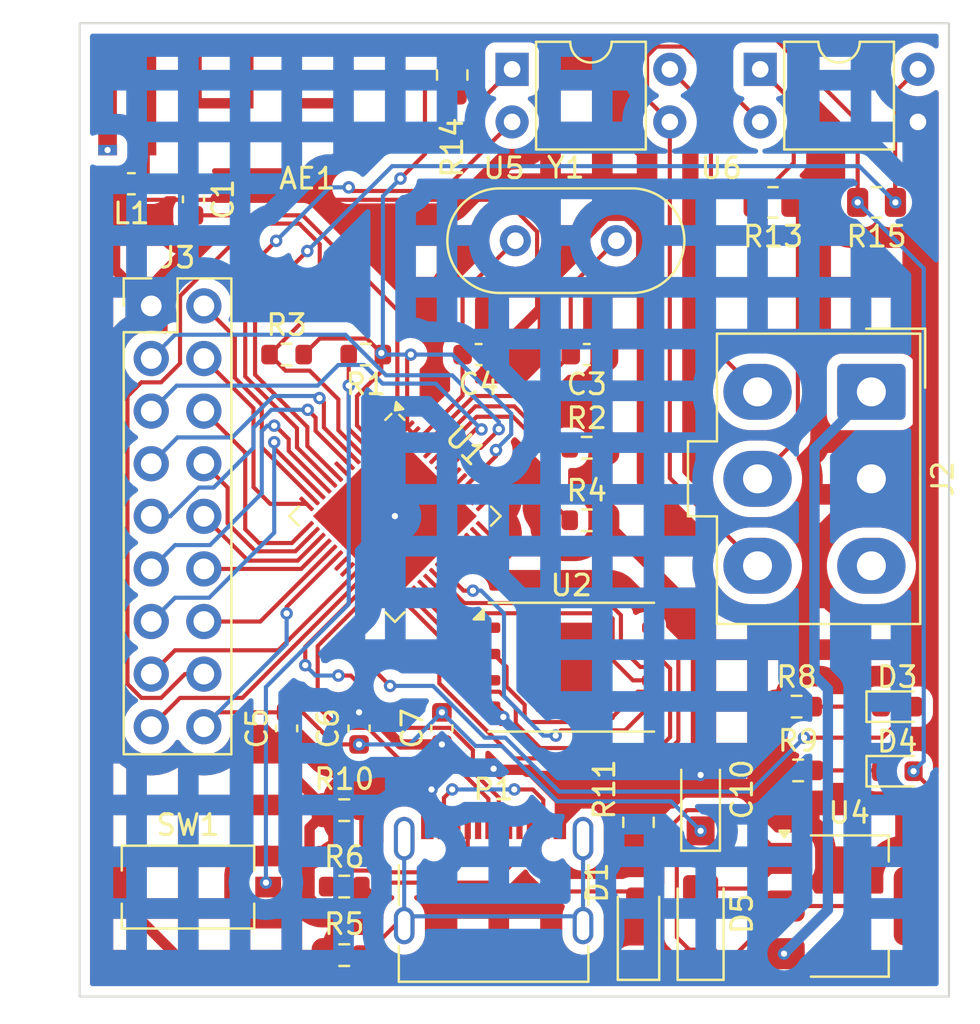
<source format=kicad_pcb>
(kicad_pcb (version 20240108) (generator "pcbnew") (generator_version "8.0")
  (layers (0 "F.Cu" signal) (31 "B.Cu" signal) (34 "B.Paste" user) (35 "F.Paste" user) (36 "B.SilkS" user "B.Silkscreen") (37 "F.SilkS" user "F.Silkscreen") (38 "B.Mask" user) (39 "F.Mask" user) (44 "Edge.Cuts" user))
  (net 0 "")
  (net 1 "Net-(AE1-A)")
  (net 2 "Net-(U1-LNA_IN{slash}RF)")
  (net 3 "GND")
  (net 4 "Net-(U1-XTAL_N)")
  (net 5 "Net-(U1-XTAL_P)")
  (net 6 "+3V3")
  (net 7 "/vdd_spi")
  (net 8 "+36V")
  (net 9 "Net-(D1-A)")
  (net 10 "Net-(D3-K)")
  (net 11 "/io21")
  (net 12 "Net-(D4-K)")
  (net 13 "Net-(D5-A)")
  (net 14 "/mdb_master_receive")
  (net 16 "/mdb_communications_common")
  (net 17 "/mdb_master_transmit")
  (net 18 "/io17")
  (net 19 "/io9")
  (net 20 "/io18")
  (net 21 "/boot")
  (net 22 "/io2")
  (net 23 "/u0rxd")
  (net 24 "/io10")
  (net 25 "/io14")
  (net 26 "/io8")
  (net 27 "/io7")
  (net 28 "/io1")
  (net 29 "/io13")
  (net 30 "/io11")
  (net 31 "/io6")
  (net 32 "/io12")
  (net 33 "/u0txd")
  (net 34 "Net-(P1-SHIELD)")
  (net 35 "Net-(P1-CC)")
  (net 36 "/usb-")
  (net 37 "Net-(P1-VCONN)")
  (net 38 "/usb+")
  (net 39 "Net-(U1-CHIP_PU{slash}RESET)")
  (net 40 "Net-(U1-GPIO46)")
  (net 41 "Net-(U1-GPIO45)")
  (net 42 "/spics0")
  (net 43 "Net-(R13-Pad2)")
  (net 44 "Net-(R14-Pad2)")
  (net 45 "/mdb_slave_receive")
  (net 46 "/mdb_slave_transmit")
  (net 48 "/spiwp")
  (net 50 "/spiq")
  (net 57 "/spid")
  (net 60 "/spihd")
  (net 66 "/spiclk")
  (footprint "Resistor_SMD:R_0603_1608Metric" (layer "F.Cu") (at 101 113)
    (property "Reference" "R2")
    (property "Value" "R")
  )
  (footprint "LED_SMD:LED_0603_1608Metric" (layer "F.Cu") (at 116 125.5)
    (property "Reference" "D3")
    (property "Value" "LED")
  )
  (footprint "Resistor_SMD:R_0603_1608Metric" (layer "F.Cu") (at 101 116.5)
    (property "Reference" "R4")
    (property "Value" "R")
  )
  (footprint "Capacitor_SMD:C_0603_1608Metric" (layer "F.Cu") (at 95.775 108.5 180)
    (property "Reference" "C4")
    (property "Value" "C")
  )
  (footprint "Connector_USB:USB_C_Receptacle_G-Switch_GT-USB-7010ASV" (layer "F.Cu") (at 96.5 135)
    (property "Reference" "P1")
    (property "Value" "USB_C_Plug_USB2.0")
  )
  (footprint "Resistor_SMD:R_0603_1608Metric" (layer "F.Cu") (at 89.283333 137.5 180)
    (property "Reference" "R5")
    (property "Value" "R")
  )
  (footprint "Resistor_SMD:R_0603_1608Metric" (layer "F.Cu") (at 111.1375 125.5)
    (property "Reference" "R8")
    (property "Value" "R")
  )
  (footprint "LED_SMD:LED_0603_1608Metric" (layer "F.Cu") (at 116 128.62)
    (property "Reference" "D4")
    (property "Value" "LED")
  )
  (footprint "Crystal:Crystal_HC49-4H_Vertical" (layer "F.Cu") (at 97.55 103)
    (property "Reference" "Y1")
    (property "Value" "Crystal")
  )
  (footprint "Diode_SMD:D_MiniMELF" (layer "F.Cu") (at 106.5 136.035 90)
    (property "Reference" "D5")
    (property "Value" "D_Zener")
  )
  (footprint "Resistor_SMD:R_0805_2012Metric" (layer "F.Cu") (at 110 101.15 180)
    (property "Reference" "R13")
    (property "Value" "R")
  )
  (footprint "Capacitor_SMD:C_0603_1608Metric" (layer "F.Cu") (at 86.5 126.55 90)
    (property "Reference" "C5")
    (property "Value" "C")
  )
  (footprint "Connector_Molex:Molex_Mini-Fit_Jr_5566-06A_2x03_P4.20mm_Vertical" (layer "F.Cu") (at 114.75 110.3 -90)
    (property "Reference" "J2")
    (property "Value" "MDB_Connector")
  )
  (footprint "Resistor_SMD:R_0603_1608Metric" (layer "F.Cu") (at 89.283333 130.5 180)
    (property "Reference" "R10")
    (property "Value" "R")
  )
  (footprint "Capacitor_SMD:C_0603_1608Metric" (layer "F.Cu") (at 94 126.55 90)
    (property "Reference" "C7")
    (property "Value" "C")
  )
  (footprint "Diode_SMD:D_SOD-123" (layer "F.Cu") (at 103.5 136.335 90)
    (property "Reference" "D1")
    (property "Value" "D")
  )
  (footprint "Resistor_SMD:R_0805_2012Metric" (layer "F.Cu") (at 94.5 95 -90)
    (property "Reference" "R14")
    (property "Value" "R")
  )
  (footprint "Resistor_SMD:R_0603_1608Metric" (layer "F.Cu") (at 86.5 108.5)
    (property "Reference" "R3")
    (property "Value" "R")
  )
  (footprint "Package_DFN_QFN:QFN-56-1EP_7x7mm_P0.4mm_EP5.6x5.6mm" (layer "F.Cu") (at 91.730843 116.3 -45)
    (property "Reference" "U1")
    (property "Value" "ESP32-S3")
  )
  (footprint "Capacitor_SMD:C_0603_1608Metric" (layer "F.Cu") (at 90 126.55 -90)
    (property "Reference" "C6")
    (property "Value" "C")
  )
  (footprint "Resistor_SMD:R_0603_1608Metric" (layer "F.Cu") (at 89.283333 134.19)
    (property "Reference" "R6")
    (property "Value" "R")
  )
  (footprint "Package_DIP:DIP-4_W7.62mm" (layer "F.Cu") (at 97.3925 94.725)
    (property "Reference" "U5")
    (property "Value" "PC817")
  )
  (footprint "Connector_PinHeader_2.54mm:PinHeader_2x09_P2.54mm_Vertical" (layer "F.Cu") (at 79.96 106.15)
    (property "Reference" "J3")
    (property "Value" "Conn_02x09_Odd_Even")
  )
  (footprint "Package_DIP:DIP-4_W7.62mm" (layer "F.Cu") (at 109.38 94.725)
    (property "Reference" "U6")
    (property "Value" "PC817")
  )
  (footprint "Resistor_SMD:R_0805_2012Metric" (layer "F.Cu") (at 115 101.15 180)
    (property "Reference" "R15")
    (property "Value" "R")
  )
  (footprint "Package_SON:WSON-8-1EP_8x6mm_P1.27mm_EP3.4x4.3mm" (layer "F.Cu") (at 100.25 123.595)
    (property "Reference" "U2")
    (property "Value" "W25Q32JVSS")
  )
  (footprint "Button_Switch_SMD:SW_Tactile_SPST_NO_Straight_CK_PTS636Sx25SMTRLFS" (layer "F.Cu") (at 81.735 134.215)
    (property "Reference" "SW1")
    (property "Value" "SW_Push")
  )
  (footprint "Capacitor_SMD:C_0603_1608Metric" (layer "F.Cu") (at 82 101 -90)
    (property "Reference" "C1")
    (property "Value" "C")
  )
  (footprint "Capacitor_SMD:C_0603_1608Metric" (layer "F.Cu") (at 101 108.5 180)
    (property "Reference" "C3")
    (property "Value" "C")
  )
  (footprint "Capacitor_Tantalum_SMD:CP_EIA-3216-18_Kemet-A" (layer "F.Cu") (at 106.5 130.15 90)
    (property "Reference" "C10")
    (property "Value" "C_Polarized")
  )
  (footprint "Inductor_SMD:L_0603_1608Metric" (layer "F.Cu") (at 79 100.25 180)
    (property "Reference" "L1")
    (property "Value" "47nH")
  )
  (footprint "RF_Antenna:Texas_SWRA117D_2.4GHz_Right" (layer "F.Cu") (at 79.95 98.625)
    (property "Reference" "AE1")
    (property "Value" "Antenna")
  )
  (footprint "Package_TO_SOT_SMD:SOT-223-3_TabPin2" (layer "F.Cu") (at 113.68 135.13)
    (property "Reference" "U4")
    (property "Value" "LM317_SOT-223")
  )
  (footprint "Resistor_SMD:R_0805_2012Metric" (layer "F.Cu") (at 103.5 131.0875 90)
    (property "Reference" "R11")
    (property "Value" "R")
  )
  (footprint "Resistor_SMD:R_0603_1608Metric" (layer "F.Cu") (at 90.325 108.5 180)
    (property "Reference" "R1")
    (property "Value" "R")
  )
  (footprint "Resistor_SMD:R_0603_1608Metric" (layer "F.Cu") (at 111.2125 128.58)
    (property "Reference" "R9")
    (property "Value" "R")
  )
  (gr_rect (start 76.5 92.5) (end 118.5 139.5) (stroke (width 0.1)) (fill none) (layer "Edge.Cuts"))
  (segment (start 79.7875 100.25) (end 81.975 100.25) (width 0.2) (layer "F.Cu") (net 1))
  (segment (start 79.95 100.3375) (end 79.7875 100.5) (width 0.2) (layer "F.Cu") (net 1))
  (segment (start 81.975 100.25) (end 82 100.225) (width 0.2) (layer "F.Cu") (net 1))
  (segment (start 79.7875 98.7875) (end 79.95 98.625) (width 0.2) (layer "F.Cu") (net 1))
  (segment (start 79.7875 100.25) (end 79.7875 98.7875) (width 0.2) (layer "F.Cu") (net 1))
  (segment (start 91.85 111.319484) (end 91.138641 112.030843) (width 0.2) (layer "F.Cu") (net 2))
  (segment (start 91.85 106.35) (end 91.85 111.319484) (width 0.2) (layer "F.Cu") (net 2))
  (segment (start 87.275 101.775) (end 91.85 106.35) (width 0.2) (layer "F.Cu") (net 2))
  (segment (start 82 101.775) (end 87.275 101.775) (width 0.2) (layer "F.Cu") (net 2))
  (segment (start 78.2125 104.4025) (end 79.96 106.15) (width 0.5) (layer "F.Cu") (net 3))
  (segment (start 101.775 108.5) (end 101.775 105.725) (width 0.5) (layer "F.Cu") (net 3))
  (segment (start 96.5 128.5) (end 96.55 128.55) (width 0.5) (layer "F.Cu") (net 3))
  (segment (start 96.55 128.55) (end 98.222818 128.55) (width 0.5) (layer "F.Cu") (net 3))
  (segment (start 114.75 114.5) (end 117 112.25) (width 0.5) (layer "F.Cu") (net 3))
  (segment (start 86.5 128.541667) (end 88.458333 130.5) (width 0.5) (layer "F.Cu") (net 3))
  (segment (start 96.5 125.5) (end 96.5 125.529506) (width 0.5) (layer "F.Cu") (net 3))
  (segment (start 98.222818 128.55) (end 99.7 130.027182) (width 0.5) (layer "F.Cu") (net 3))
  (segment (start 88.798333 135.5) (end 90.108333 134.19) (width 0.5) (layer "F.Cu") (net 3))
  (segment (start 100.626497 130.175) (end 99.7 131.101497) (width 0.5) (layer "F.Cu") (net 3))
  (segment (start 78.9875 101.025) (end 78.2125 100.25) (width 0.2) (layer "F.Cu") (net 3))
  (segment (start 78.2125 100.25) (end 78.2125 104.4025) (width 0.5) (layer "F.Cu") (net 3))
  (segment (start 88.458333 130.5) (end 89.383333 129.575) (width 0.5) (layer "F.Cu") (net 3))
  (segment (start 90.451514 125.775) (end 90 125.775) (width 0.5) (layer "F.Cu") (net 3))
  (segment (start 89.383333 129.575) (end 93.425 129.575) (width 0.5) (layer "F.Cu") (net 3))
  (segment (start 94 127.325) (end 92.001514 127.325) (width 0.5) (layer "F.Cu") (net 3))
  (segment (start 99.5 105.55) (end 96.55 108.5) (width 0.5) (layer "F.Cu") (net 3))
  (segment (start 103.63 102.502943) (end 102.927057 101.8) (width 0.5) (layer "F.Cu") (net 3))
  (segment (start 101.932943 101.8) (end 99.5 104.232943) (width 0.5) (layer "F.Cu") (net 3))
  (segment (start 86.5 127.325) (end 86.5 128.541667) (width 0.5) (layer "F.Cu") (net 3))
  (segment (start 112 117.25) (end 112 120.5) (width 0.5) (layer "F.Cu") (net 3))
  (segment (start 96.5 125.529506) (end 96.970494 126) (width 0.5) (layer "F.Cu") (net 3))
  (segment (start 114.75 114.5) (end 112 117.25) (width 0.5) (layer "F.Cu") (net 3))
  (segment (start 93.3 131.275) (end 93.3 129.7) (width 0.5) (layer "F.Cu") (net 3))
  (segment (start 101.825 116.5) (end 101.825 113) (width 0.5) (layer "F.Cu") (net 3))
  (segment (start 99.5 104.232943) (end 99.5 105.55) (width 0.5) (layer "F.Cu") (net 3))
  (segment (start 93.425 129.575) (end 93.5 129.5) (width 0.5) (layer "F.Cu") (net 3))
  (segment (start 103.5 130.175) (end 105.125 130.175) (width 0.5) (layer "F.Cu") (net 3))
  (segment (start 106.5 128.8) (end 106.72 128.58) (width 0.5) (layer "F.Cu") (net 3))
  (segment (start 92.001514 127.325) (end 90.451514 125.775) (width 0.5) (layer "F.Cu") (net 3))
  (segment (start 101.775 105.725) (end 103.63 103.87) (width 0.5) (layer "F.Cu") (net 3))
  (segment (start 112 120.5) (end 111.35 121.15) (width 0.5) (layer "F.Cu") (net 3))
  (segment (start 96.55 108.5) (end 98.6 106.45) (width 0.2) (layer "F.Cu") (net 3))
  (segment (start 111.35 121.15) (end 111.35 124.4625) (width 0.5) (layer "F.Cu") (net 3))
  (segment (start 99.7 131.101497) (end 99.7 131.275) (width 0.5) (layer "F.Cu") (net 3))
  (segment (start 103.63 103.87) (end 103.63 102.502943) (width 0.5) (layer "F.Cu") (net 3))
  (segment (start 111.35 124.4625) (end 110.3125 125.5) (width 0.5) (layer "F.Cu") (net 3))
  (segment (start 87.608333 131.35) (end 87.608333 134.73978) (width 0.5) (layer "F.Cu") (net 3))
  (segment (start 103.5 130.175) (end 100.626497 130.175) (width 0.5) (layer "F.Cu") (net 3))
  (segment (start 99.7 130.027182) (end 99.7 131.275) (width 0.5) (layer "F.Cu") (net 3))
  (segment (start 98.6 106.45) (end 98.6 102.565075) (width 0.2) (layer "F.Cu") (net 3))
  (segment (start 88.368553 135.5) (end 88.798333 135.5) (width 0.5) (layer "F.Cu") (net 3))
  (segment (start 97.059925 101.025) (end 78.9875 101.025) (width 0.2) (layer "F.Cu") (net 3))
  (segment (start 110.3875 125.575) (end 110.3125 125.5) (width 0.5) (layer "F.Cu") (net 3))
  (segment (start 90.108333 135.85) (end 88.458333 137.5) (width 0.5) (layer "F.Cu") (net 3))
  (segment (start 106.72 128.58) (end 106.72 121.395) (width 0.5) (layer "F.Cu") (net 3))
  (segment (start 102.927057 101.8) (end 101.932943 101.8) (width 0.5) (layer "F.Cu") (net 3))
  (segment (start 101.775 112.95) (end 101.825 113) (width 0.5) (layer "F.Cu") (net 3))
  (segment (start 90.108333 134.19) (end 90.108333 135.85) (width 0.5) (layer "F.Cu") (net 3))
  (segment (start 105.125 130.175) (end 106.5 128.8) (width 0.5) (layer "F.Cu") (net 3))
  (segment (start 93.3 129.7) (end 93.5 129.5) (width 0.5) (layer "F.Cu") (net 3))
  (segment (start 110.3875 128.58) (end 106.72 128.58) (width 0.5) (layer "F.Cu") (net 3))
  (segment (start 101.775 108.5) (end 101.775 112.95) (width 0.5) (layer "F.Cu") (net 3))
  (segment (start 98.6 102.565075) (end 97.059925 101.025) (width 0.2) (layer "F.Cu") (net 3))
  (segment (start 110.3875 128.58) (end 110.3875 125.575) (width 0.5) (layer "F.Cu") (net 3))
  (segment (start 117 112.25) (end 117 97.265) (width 0.5) (layer "F.Cu") (net 3))
  (segment (start 77.86 134.215) (end 81.145 137.5) (width 0.5) (layer "F.Cu") (net 3))
  (segment (start 81.145 137.5) (end 88.458333 137.5) (width 0.5) (layer "F.Cu") (net 3))
  (segment (start 88.458333 130.5) (end 87.608333 131.35) (width 0.5) (layer "F.Cu") (net 3))
  (segment (start 106.72 121.395) (end 101.825 116.5) (width 0.5) (layer "F.Cu") (net 3))
  (segment (start 87.608333 134.73978) (end 88.368553 135.5) (width 0.5) (layer "F.Cu") (net 3))
  (via (at 96.970494 126) (size 0.6) (drill 0.3) (layers "F.Cu" "B.Cu") (net 3))
  (via (at 93.5 129.5) (size 0.6) (drill 0.3) (layers "F.Cu" "B.Cu") (net 3))
  (via (at 96.5 128.5) (size 0.6) (drill 0.3) (layers "F.Cu" "B.Cu") (net 3))
  (via (at 106.5 128.8) (size 0.6) (drill 0.3) (layers "F.Cu" "B.Cu") (net 3))
  (via (at 91.730843 116.3) (size 0.6) (drill 0.3) (layers "F.Cu" "B.Cu") (net 3))
  (via (at 90 125.775) (size 0.6) (drill 0.3) (layers "F.Cu" "B.Cu") (net 3))
  (via (at 94 127.325) (size 0.6) (drill 0.3) (layers "F.Cu" "B.Cu") (net 3))
  (segment (start 93.5 129.5) (end 93.5 129.439339) (width 0.5) (layer "B.Cu") (net 3))
  (segment (start 99.643504 128.8) (end 106.5 128.8) (width 0.5) (layer "B.Cu") (net 3))
  (segment (start 93.5 129.439339) (end 94.439339 128.5) (width 0.5) (layer "B.Cu") (net 3))
  (segment (start 90 125.775) (end 90.05 125.725) (width 0.5) (layer "B.Cu") (net 3))
  (segment (start 90.05 117.980843) (end 91.730843 116.3) (width 0.5) (layer "B.Cu") (net 3))
  (segment (start 96.970494 126.12699) (end 99.643504 128.8) (width 0.5) (layer "B.Cu") (net 3))
  (segment (start 94.439339 128.5) (end 96.5 128.5) (width 0.5) (layer "B.Cu") (net 3))
  (segment (start 96.970494 126) (end 96.970494 126.12699) (width 0.5) (layer "B.Cu") (net 3))
  (segment (start 90.05 125.725) (end 90.05 117.980843) (width 0.5) (layer "B.Cu") (net 3))
  (segment (start 93.5 127.825) (end 94 127.325) (width 0.5) (layer "B.Cu") (net 3))
  (segment (start 93.5 129.5) (end 93.5 127.825) (width 0.5) (layer "B.Cu") (net 3))
  (segment (start 93.171573 112.879371) (end 95.550944 110.5) (width 0.2) (layer "F.Cu") (net 4))
  (segment (start 100.225 105.205) (end 102.43 103) (width 0.2) (layer "F.Cu") (net 4))
  (segment (start 100.225 108.5) (end 100.225 105.205) (width 0.2) (layer "F.Cu") (net 4))
  (segment (start 98.225 110.5) (end 100.225 108.5) (width 0.2) (layer "F.Cu") (net 4))
  (segment (start 95.550944 110.5) (end 98.225 110.5) (width 0.2) (layer "F.Cu") (net 4))
  (segment (start 95 105.55) (end 97.55 103) (width 0.2) (layer "F.Cu") (net 5))
  (segment (start 95 108.5) (end 95 110.485262) (width 0.2) (layer "F.Cu") (net 5))
  (segment (start 95 108.5) (end 95 105.55) (width 0.2) (layer "F.Cu") (net 5))
  (segment (start 95 110.485262) (end 92.888732 112.59653) (width 0.2) (layer "F.Cu") (net 5))
  (segment (start 83.195 125.775) (end 82.5 126.47) (width 0.2) (layer "F.Cu") (net 6))
  (segment (start 116.7875 128.62) (end 117.5 129.3325) (width 0.2) (layer "F.Cu") (net 6))
  (segment (start 117.5 129.3325) (end 117.5 134.46) (width 0.2) (layer "F.Cu") (net 6))
  (segment (start 107.875 137.785) (end 110.53 135.13) (width 0.2) (layer "F.Cu") (net 6))
  (segment (start 89.9 110.5) (end 89.9 111.923568) (width 0.2) (layer "F.Cu") (net 6))
  (segment (start 91.075 109.325) (end 89.9 110.5) (width 0.2) (layer "F.Cu") (net 6))
  (segment (start 89.9 111.923568) (end 90.572956 112.596524) (width 0.2) (layer "F.Cu") (net 6))
  (segment (start 86.5 125.775) (end 83.195 125.775) (width 0.2) (layer "F.Cu") (net 6))
  (segment (start 94.5 94.0875) (end 93.183185 95.404315) (width 0.2) (layer "F.Cu") (net 6))
  (segment (start 95.3625 93.225) (end 94.5 94.0875) (width 0.2) (layer "F.Cu") (net 6))
  (segment (start 91.075 108.425) (end 90.375 107.725) (width 0.2) (layer "F.Cu") (net 6))
  (segment (start 96.613952 113.113952) (end 96.613952 113.39679) (width 0.2) (layer "F.Cu") (net 6))
  (segment (start 105.35 136.635) (end 106.5 137.785) (width 0.2) (layer "F.Cu") (net 6))
  (segment (start 93.183185 95.404315) (end 93.183185 98.816815) (width 0.2) (layer "F.Cu") (net 6))
  (segment (start 110.08 93.225) (end 95.3625 93.225) (width 0.2) (layer "F.Cu") (net 6))
  (segment (start 93.183185 98.816815) (end 92 100) (width 0.2) (layer "F.Cu") (net 6))
  (segment (start 110.53 135.13) (end 116.83 135.13) (width 0.2) (layer "F.Cu") (net 6))
  (segment (start 92.323045 112.030843) (end 92.605886 112.313684) (width 0.2) (layer "F.Cu") (net 6))
  (segment (start 106.5 137.785) (end 107.875 137.785) (width 0.2) (layer "F.Cu") (net 6))
  (segment (start 106.5 131.5) (end 105.35 132.65) (width 0.2) (layer "F.Cu") (net 6))
  (segment (start 92.323045 108.676955) (end 92.5 108.5) (width 0.2) (layer "F.Cu") (net 6))
  (segment (start 86.5 120.682318) (end 88.875901 118.306417) (width 0.2) (layer "F.Cu") (net 6))
  (segment (start 105.35 132.65) (end 105.35 136.635) (width 0.2) (layer "F.Cu") (net 6))
  (segment (start 92.323045 112.030843) (end 92.323045 108.676955) (width 0.2) (layer "F.Cu") (net 6))
  (segment (start 86.5 125.775) (end 87.275 125.775) (width 0.2) (layer "F.Cu") (net 6))
  (segment (start 87.275 125.775) (end 88.825 127.325) (width 0.2) (layer "F.Cu") (net 6))
  (segment (start 88.1 107.725) (end 87.325 108.5) (width 0.2) (layer "F.Cu") (net 6))
  (segment (start 114.0875 101.15) (end 114.0875 97.2325) (width 0.2) (layer "F.Cu") (net 6))
  (segment (start 96.613952 113.39679) (end 95.151472 114.85927) (width 0.2) (layer "F.Cu") (net 6))
  (segment (start 86.5 121) (end 86.5 120.682318) (width 0.2) (layer "F.Cu") (net 6))
  (segment (start 114.0875 97.2325) (end 110.08 93.225) (width 0.2) (layer "F.Cu") (net 6))
  (segment (start 91.075 108.425) (end 91.075 109.325) (width 0.2) (layer "F.Cu") (net 6))
  (segment (start 90.375 107.725) (end 88.1 107.725) (width 0.2) (layer "F.Cu") (net 6))
  (segment (start 88.825 127.325) (end 90 127.325) (width 0.2) (layer "F.Cu") (net 6))
  (segment (start 90.855798 112.313686) (end 90.572958 112.596526) (width 0.2) (layer "F.Cu") (net 6))
  (segment (start 117.5 134.46) (end 116.83 135.13) (width 0.2) (layer "F.Cu") (net 6))
  (via (at 116.7875 128.62) (size 0.6) (drill 0.3) (layers "F.Cu" "B.Cu") (net 6))
  (via (at 91.075 108.425) (size 0.6) (drill 0.3) (layers "F.Cu" "B.Cu") (net 6))
  (via (at 92 100) (size 0.6) (drill 0.3) (layers "F.Cu" "B.Cu") (net 6))
  (via (at 90 127.325) (size 0.6) (drill 0.3) (layers "F.Cu" "B.Cu") (net 6))
  (via (at 86.5 121) (size 0.6) (drill 0.3) (layers "F.Cu" "B.Cu") (net 6))
  (via (at 96.613952 113.113952) (size 0.6) (drill 0.3) (layers "F.Cu" "B.Cu") (net 6))
  (via (at 92.5 108.5) (size 0.6) (drill 0.3) (layers "F.Cu" "B.Cu") (net 6))
  (via (at 114.0875 101.15) (size 0.6) (drill 0.3) (layers "F.Cu" "B.Cu") (net 6))
  (via (at 106.5 131.5) (size 0.6) (drill 0.3) (layers "F.Cu" "B.Cu") (net 6))
  (via (at 94 125.775) (size 0.6) (drill 0.3) (layers "F.Cu" "B.Cu") (net 6))
  (segment (start 96.613952 113.113952) (end 96.613952 113.084577) (width 0.2) (layer "B.Cu") (net 6))
  (segment (start 91.075 108.425) (end 91.15 108.35) (width 0.2) (layer "B.Cu") (net 6))
  (segment (start 96.613952 113.084577) (end 97.35 112.348529) (width 0.2) (layer "B.Cu") (net 6))
  (segment (start 86.5 122.47) (end 86.5 121) (width 0.2) (layer "B.Cu") (net 6))
  (segment (start 116.7875 128.62) (end 117.28 128.1275) (width 0.2) (layer "B.Cu") (net 6))
  (segment (start 106.5 131.5) (end 105.075 130.075) (width 0.2) (layer "B.Cu") (net 6))
  (segment (start 91.15 108.5) (end 91.075 108.425) (width 0.2) (layer "B.Cu") (net 6))
  (segment (start 97.35 112.348529) (end 97.35 111.35) (width 0.2) (layer "B.Cu") (net 6))
  (segment (start 99.575 130.075) (end 96.9 127.4) (width 0.2) (layer "B.Cu") (net 6))
  (segment (start 117.28 128.1275) (end 117.28 104.3425) (width 0.2) (layer "B.Cu") (net 6))
  (segment (start 96.9 127.4) (end 95.625 127.4) (width 0.2) (layer "B.Cu") (net 6))
  (segment (start 82.5 126.47) (end 86.5 122.47) (width 0.2) (layer "B.Cu") (net 6))
  (segment (start 91.15 108.35) (end 91.15 100.85) (width 0.2) (layer "B.Cu") (net 6))
  (segment (start 94.5 108.5) (end 92.5 108.5) (width 0.2) (layer "B.Cu") (net 6))
  (segment (start 95.625 127.4) (end 94 125.775) (width 0.2) (layer "B.Cu") (net 6))
  (segment (start 91.15 100.85) (end 92 100) (width 0.2) (layer "B.Cu") (net 6))
  (segment (start 117.28 104.3425) (end 114.0875 101.15) (width 0.2) (layer "B.Cu") (net 6))
  (segment (start 105.075 130.075) (end 99.575 130.075) (width 0.2) (layer "B.Cu") (net 6))
  (segment (start 92.45 127.325) (end 94 125.775) (width 0.2) (layer "B.Cu") (net 6))
  (segment (start 92.5 108.5) (end 91.15 108.5) (width 0.2) (layer "B.Cu") (net 6))
  (segment (start 97.35 111.35) (end 94.5 108.5) (width 0.2) (layer "B.Cu") (net 6))
  (segment (start 90 127.325) (end 92.45 127.325) (width 0.2) (layer "B.Cu") (net 6))
  (segment (start 104.565686 128) (end 97.5 128) (width 0.2) (layer "F.Cu") (net 7))
  (segment (start 105.425 123.115) (end 105.425 127.140686) (width 0.2) (layer "F.Cu") (net 7))
  (segment (start 93.876939 122.123055) (end 92.323043 120.569159) (width 0.2) (layer "F.Cu") (net 7))
  (segment (start 97.5 128) (end 93.876945 124.376945) (width 0.2) (layer "F.Cu") (net 7))
  (segment (start 104 121.69) (end 105.425 123.115) (width 0.2) (layer "F.Cu") (net 7))
  (segment (start 105.425 127.140686) (end 104.565686 128) (width 0.2) (layer "F.Cu") (net 7))
  (segment (start 93.876945 122.123055) (end 93.876939 122.123055) (width 0.2) (layer "F.Cu") (net 7))
  (segment (start 93.876945 124.376945) (end 93.876945 122.123055) (width 0.2) (layer "F.Cu") (net 7))
  (segment (start 104.415 138.9) (end 109.06 138.9) (width 0.2) (layer "F.Cu") (net 8))
  (segment (start 103.5 137.985) (end 104.415 138.9) (width 0.2) (layer "F.Cu") (net 8))
  (segment (start 109.06 138.9) (end 110.53 137.43) (width 0.2) (layer "F.Cu") (net 8))
  (via (at 110.53 137.43) (size 0.6) (drill 0.3) (layers "F.Cu" "B.Cu") (net 8))
  (segment (start 112.65 135.31) (end 110.53 137.43) (width 0.5) (layer "B.Cu") (net 8))
  (segment (start 112 124) (end 112.65 124.65) (width 0.5) (layer "B.Cu") (net 8))
  (segment (start 112 113.05) (end 112 124) (width 0.5) (layer "B.Cu") (net 8))
  (segment (start 114.75 110.3) (end 112 113.05) (width 0.5) (layer "B.Cu") (net 8))
  (segment (start 112.65 124.65) (end 112.65 135.31) (width 0.5) (layer "B.Cu") (net 8))
  (segment (start 97.5 129.5) (end 98.395 129.5) (width 0.2) (layer "F.Cu") (net 9))
  (segment (start 103.24 134.425) (end 103.5 134.685) (width 0.2) (layer "F.Cu") (net 9))
  (segment (start 99.925 134.425) (end 103.24 134.425) (width 0.2) (layer "F.Cu") (net 9))
  (segment (start 98.395 129.5) (end 98.9 130.005) (width 0.2) (layer "F.Cu") (net 9))
  (segment (start 98.715 133.215) (end 99.925 134.425) (width 0.2) (layer "F.Cu") (net 9))
  (segment (start 98.9 131.275) (end 98.715 131.46) (width 0.2) (layer "F.Cu") (net 9))
  (segment (start 94.1 129.9) (end 94.5 129.5) (width 0.2) (layer "F.Cu") (net 9))
  (segment (start 98.9 130.005) (end 98.9 131.275) (width 0.2) (layer "F.Cu") (net 9))
  (segment (start 98.715 131.46) (end 98.715 133.215) (width 0.2) (layer "F.Cu") (net 9))
  (segment (start 94.1 131.275) (end 94.1 129.9) (width 0.2) (layer "F.Cu") (net 9))
  (via (at 94.5 129.5) (size 0.6) (drill 0.3) (layers "F.Cu" "B.Cu") (net 9))
  (via (at 97.5 129.5) (size 0.6) (drill 0.3) (layers "F.Cu" "B.Cu") (net 9))
  (segment (start 94.5 129.5) (end 97.5 129.5) (width 0.2) (layer "B.Cu") (net 9))
  (segment (start 111.9625 125.5) (end 115.2125 125.5) (width 0.2) (layer "F.Cu") (net 10))
  (segment (start 91.5 124.5) (end 90 123) (width 0.2) (layer "F.Cu") (net 11))
  (segment (start 90 123) (end 90 121.14211) (width 0.2) (layer "F.Cu") (net 11))
  (segment (start 116.7875 125.5) (end 115.2875 127) (width 0.2) (layer "F.Cu") (net 11))
  (segment (start 90.478305 120.663811) (end 90.8558 120.286316) (width 0.2) (layer "F.Cu") (net 11))
  (segment (start 90 121.14211) (end 90.478299 120.663811) (width 0.2) (layer "F.Cu") (net 11))
  (segment (start 90.478299 120.663811) (end 90.478305 120.663811) (width 0.2) (layer "F.Cu") (net 11))
  (segment (start 115.2875 127) (end 111.5 127) (width 0.2) (layer "F.Cu") (net 11))
  (via (at 111.5 127) (size 0.6) (drill 0.3) (layers "F.Cu" "B.Cu") (net 11))
  (via (at 91.5 124.5) (size 0.6) (drill 0.3) (layers "F.Cu" "B.Cu") (net 11))
  (segment (start 97.065686 127) (end 96.073529 127) (width 0.2) (layer "B.Cu") (net 11))
  (segment (start 93.573529 124.5) (end 91.5 124.5) (width 0.2) (layer "B.Cu") (net 11))
  (segment (start 108.9 129.6) (end 99.665686 129.6) (width 0.2) (layer "B.Cu") (net 11))
  (segment (start 99.665686 129.6) (end 97.065686 127) (width 0.2) (layer "B.Cu") (net 11))
  (segment (start 96.073529 127) (end 93.573529 124.5) (width 0.2) (layer "B.Cu") (net 11))
  (segment (start 111.5 127) (end 108.9 129.6) (width 0.2) (layer "B.Cu") (net 11))
  (segment (start 115.1725 128.58) (end 115.2125 128.62) (width 0.2) (layer "F.Cu") (net 12))
  (segment (start 112.0375 128.58) (end 115.1725 128.58) (width 0.2) (layer "F.Cu") (net 12))
  (segment (start 108.2 130.5) (end 110.53 132.83) (width 0.2) (layer "F.Cu") (net 13))
  (segment (start 109.075 134.285) (end 110.53 132.83) (width 0.2) (layer "F.Cu") (net 13))
  (segment (start 105.840256 130.5) (end 108.2 130.5) (width 0.2) (layer "F.Cu") (net 13))
  (segment (start 104.340256 132) (end 105.840256 130.5) (width 0.2) (layer "F.Cu") (net 13))
  (segment (start 103.5 132) (end 104.340256 132) (width 0.2) (layer "F.Cu") (net 13))
  (segment (start 106.5 134.285) (end 109.075 134.285) (width 0.2) (layer "F.Cu") (net 13))
  (segment (start 109.25 110.3) (end 107 108.05) (width 0.2) (layer "F.Cu") (net 14))
  (segment (start 107 96.7125) (end 105.0125 94.725) (width 0.2) (layer "F.Cu") (net 14))
  (segment (start 107 108.05) (end 107 96.7125) (width 0.2) (layer "F.Cu") (net 14))
  (segment (start 109.25 118.7) (end 105.0125 114.4625) (width 0.2) (layer "F.Cu") (net 16))
  (segment (start 103.9125 96.165) (end 105.0125 97.265) (width 0.2) (layer "F.Cu") (net 16))
  (segment (start 104.375 93.625) (end 103.9125 94.0875) (width 0.2) (layer "F.Cu") (net 16))
  (segment (start 103.9125 94.0875) (end 103.9125 96.165) (width 0.2) (layer "F.Cu") (net 16))
  (segment (start 105.74 93.625) (end 104.375 93.625) (width 0.2) (layer "F.Cu") (net 16))
  (segment (start 109.38 97.265) (end 105.74 93.625) (width 0.2) (layer "F.Cu") (net 16))
  (segment (start 105.0125 114.4625) (end 105.0125 97.265) (width 0.2) (layer "F.Cu") (net 16))
  (segment (start 111.2 112.55) (end 111.2 101.4375) (width 0.2) (layer "F.Cu") (net 17))
  (segment (start 111.2 101.4375) (end 110.9125 101.15) (width 0.2) (layer "F.Cu") (net 17))
  (segment (start 109.25 114.5) (end 111.2 112.55) (width 0.2) (layer "F.Cu") (net 17))
  (segment (start 86.099368 122.78) (end 89.724426 119.154942) (width 0.2) (layer "F.Cu") (net 18))
  (segment (start 81.11 122.78) (end 86.099368 122.78) (width 0.2) (layer "F.Cu") (net 18))
  (segment (start 79.96 123.93) (end 81.11 122.78) (width 0.2) (layer "F.Cu") (net 18))
  (segment (start 87.461686 115.707798) (end 85.707798 115.707798) (width 0.2) (layer "F.Cu") (net 19))
  (segment (start 84.9 111.09) (end 82.5 108.69) (width 0.2) (layer "F.Cu") (net 19))
  (segment (start 85.707798 115.707798) (end 84.9 114.9) (width 0.2) (layer "F.Cu") (net 19))
  (segment (start 84.9 114.9) (end 84.9 111.09) (width 0.2) (layer "F.Cu") (net 19))
  (segment (start 81.35 125.08) (end 84.36506 125.08) (width 0.2) (layer "F.Cu") (net 20))
  (segment (start 84.36506 125.08) (end 90.007272 119.437788) (width 0.2) (layer "F.Cu") (net 20))
  (segment (start 79.96 126.47) (end 81.35 125.08) (width 0.2) (layer "F.Cu") (net 20))
  (segment (start 87.610487 109.275) (end 89 110.664513) (width 0.2) (layer "F.Cu") (net 21))
  (segment (start 86.45 109.275) (end 87.610487 109.275) (width 0.2) (layer "F.Cu") (net 21))
  (segment (start 79.483654 125.08) (end 78.81 124.406346) (width 0.2) (layer "F.Cu") (net 21))
  (segment (start 89 112.15494) (end 90.007272 113.162212) (width 0.2) (layer "F.Cu") (net 21))
  (segment (start 85.675 108.5) (end 86.45 109.275) (width 0.2) (layer "F.Cu") (net 21))
  (segment (start 78.81 110.513654) (end 79.483654 109.84) (width 0.2) (layer "F.Cu") (net 21))
  (segment (start 79.483654 109.84) (end 80.436346 109.84) (width 0.2) (layer "F.Cu") (net 21))
  (segment (start 81.35 105.673654) (end 84.848654 102.175) (width 0.2) (layer "F.Cu") (net 21))
  (segment (start 80.436346 109.84) (end 81.35 108.926346) (width 0.2) (layer "F.Cu") (net 21))
  (segment (start 89 110.664513) (end 89 112.15494) (width 0.2) (layer "F.Cu") (net 21))
  (segment (start 81.586346 123.93) (end 80.436346 125.08) (width 0.2) (layer "F.Cu") (net 21))
  (segment (start 84.848654 102.175) (end 87.109314 102.175) (width 0.2) (layer "F.Cu") (net 21))
  (segment (start 80.436346 125.08) (end 79.483654 125.08) (width 0.2) (layer "F.Cu") (net 21))
  (segment (start 78.81 124.406346) (end 78.81 110.513654) (width 0.2) (layer "F.Cu") (net 21))
  (segment (start 87.109314 102.175) (end 88.1 103.165686) (width 0.2) (layer "F.Cu") (net 21))
  (segment (start 82.5 123.93) (end 81.586346 123.93) (width 0.2) (layer "F.Cu") (net 21))
  (segment (start 81.35 108.926346) (end 81.35 105.673654) (width 0.2) (layer "F.Cu") (net 21))
  (segment (start 88.1 103.165686) (end 88.1 106.075) (width 0.2) (layer "F.Cu") (net 21))
  (segment (start 88.1 106.075) (end 85.675 108.5) (width 0.2) (layer "F.Cu") (net 21))
  (segment (start 87.9 111.544412) (end 87.9 112.186314) (width 0.2) (layer "F.Cu") (net 22))
  (segment (start 87.521273 111.165685) (end 87.9 111.544412) (width 0.2) (layer "F.Cu") (net 22))
  (segment (start 87.9 112.186314) (end 89.441585 113.727899) (width 0.2) (layer "F.Cu") (net 22))
  (via (at 87.521273 111.165685) (size 0.6) (drill 0.3) (layers "F.Cu" "B.Cu") (net 22))
  (segment (start 82.263654 114.92) (end 80.873654 116.31) (width 0.2) (layer "B.Cu") (net 22))
  (segment (start 85.768629 111.165685) (end 84.9 112.034314) (width 0.2) (layer "B.Cu") (net 22))
  (segment (start 84.9 113) (end 82.98 114.92) (width 0.2) (layer "B.Cu") (net 22))
  (segment (start 80.873654 116.31) (end 79.96 116.31) (width 0.2) (layer "B.Cu") (net 22))
  (segment (start 87.521273 111.165685) (end 85.768629 111.165685) (width 0.2) (layer "B.Cu") (net 22))
  (segment (start 84.9 112.034314) (end 84.9 113) (width 0.2) (layer "B.Cu") (net 22))
  (segment (start 82.98 114.92) (end 82.263654 114.92) (width 0.2) (layer "B.Cu") (net 22))
  (segment (start 95.748004 112) (end 94.020103 113.727901) (width 0.2) (layer "F.Cu") (net 23))
  (segment (start 95.915423 112.115422) (end 95.800001 112) (width 0.2) (layer "F.Cu") (net 23))
  (segment (start 95.800001 112) (end 95.748004 112) (width 0.2) (layer "F.Cu") (net 23))
  (via (at 95.915423 112.115422) (size 0.6) (drill 0.3) (layers "F.Cu" "B.Cu") (net 23))
  (segment (start 95.915423 112.115422) (end 93.700001 109.9) (width 0.2) (layer "B.Cu") (net 23))
  (segment (start 91.135785 109.9) (end 90.235785 109) (width 0.2) (layer "B.Cu") (net 23))
  (segment (start 93.700001 109.9) (end 91.135785 109.9) (width 0.2) (layer "B.Cu") (net 23))
  (segment (start 88 110) (end 81.19 110) (width 0.2) (layer "B.Cu") (net 23))
  (segment (start 81.19 110) (end 79.96 111.23) (width 0.2) (layer "B.Cu") (net 23))
  (segment (start 89 109) (end 88 110) (width 0.2) (layer "B.Cu") (net 23))
  (segment (start 90.235785 109) (end 89 109) (width 0.2) (layer "B.Cu") (net 23))
  (segment (start 82.5 111.23) (end 84.5 113.23) (width 0.2) (layer "F.Cu") (net 24))
  (segment (start 85.165686 117.6) (end 86.753888 117.6) (width 0.2) (layer "F.Cu") (net 24))
  (segment (start 84.5 113.23) (end 84.5 116.934314) (width 0.2) (layer "F.Cu") (net 24))
  (segment (start 86.753888 117.6) (end 87.461686 116.892202) (width 0.2) (layer "F.Cu") (net 24))
  (segment (start 84.5 116.934314) (end 85.165686 117.6) (width 0.2) (layer "F.Cu") (net 24))
  (segment (start 82.5 121.39) (end 85.226626 121.39) (width 0.2) (layer "F.Cu") (net 25))
  (segment (start 85.226626 121.39) (end 88.593055 118.023571) (width 0.2) (layer "F.Cu") (net 25))
  (segment (start 85.3 112.98043) (end 87.744527 115.424957) (width 0.2) (layer "F.Cu") (net 26))
  (segment (start 84 107.65) (end 84 109.624314) (width 0.2) (layer "F.Cu") (net 26))
  (segment (start 82.5 106.15) (end 84 107.65) (width 0.2) (layer "F.Cu") (net 26))
  (segment (start 85.3 110.924314) (end 85.3 112.98043) (width 0.2) (layer "F.Cu") (net 26))
  (segment (start 84 109.624314) (end 85.3 110.924314) (width 0.2) (layer "F.Cu") (net 26))
  (segment (start 85.9 113.014738) (end 88.027373 115.142111) (width 0.2) (layer "F.Cu") (net 27))
  (segment (start 85.9 112.731901) (end 85.9 113.014738) (width 0.2) (layer "F.Cu") (net 27))
  (via (at 85.9 112.731901) (size 0.6) (drill 0.3) (layers "F.Cu" "B.Cu") (net 27))
  (segment (start 85.9 117.1) (end 82.76 120.24) (width 0.2) (layer "B.Cu") (net 27))
  (segment (start 85.9 112.731901) (end 85.9 117.1) (width 0.2) (layer "B.Cu") (net 27))
  (segment (start 81.11 120.24) (end 79.96 121.39) (width 0.2) (layer "B.Cu") (net 27))
  (segment (start 82.76 120.24) (end 81.11 120.24) (width 0.2) (layer "B.Cu") (net 27))
  (segment (start 88.3 110.813042) (end 88.3 112.020632) (width 0.2) (layer "F.Cu") (net 28))
  (segment (start 88.086958 110.6) (end 88.3 110.813042) (width 0.2) (layer "F.Cu") (net 28))
  (segment (start 88.3 112.020632) (end 89.724426 113.445058) (width 0.2) (layer "F.Cu") (net 28))
  (via (at 88.086958 110.6) (size 0.6) (drill 0.3) (layers "F.Cu" "B.Cu") (net 28))
  (segment (start 88.086958 110.6) (end 87.986958 110.5) (width 0.2) (layer "B.Cu") (net 28))
  (segment (start 83.868628 112.5) (end 81.23 112.5) (width 0.2) (layer "B.Cu") (net 28))
  (segment (start 81.23 112.5) (end 79.96 113.77) (width 0.2) (layer "B.Cu") (net 28))
  (segment (start 85.868628 110.5) (end 83.868628 112.5) (width 0.2) (layer "B.Cu") (net 28))
  (segment (start 87.986958 110.5) (end 85.868628 110.5) (width 0.2) (layer "B.Cu") (net 28))
  (segment (start 82.5 118.85) (end 87.20094 118.85) (width 0.2) (layer "F.Cu") (net 29))
  (segment (start 87.20094 118.85) (end 88.310212 117.740728) (width 0.2) (layer "F.Cu") (net 29))
  (segment (start 82.5 113.77) (end 83.65 114.92) (width 0.2) (layer "F.Cu") (net 30))
  (segment (start 83.65 116.65) (end 85 118) (width 0.2) (layer "F.Cu") (net 30))
  (segment (start 85 118) (end 86.919568 118) (width 0.2) (layer "F.Cu") (net 30))
  (segment (start 86.919568 118) (end 87.744526 117.175042) (width 0.2) (layer "F.Cu") (net 30))
  (segment (start 83.65 114.92) (end 83.65 116.65) (width 0.2) (layer "F.Cu") (net 30))
  (segment (start 85.9 111.931898) (end 85.948526 111.931898) (width 0.2) (layer "F.Cu") (net 31))
  (segment (start 85.948526 111.931898) (end 86.6 112.583372) (width 0.2) (layer "F.Cu") (net 31))
  (segment (start 86.6 113.14906) (end 88.31021 114.85927) (width 0.2) (layer "F.Cu") (net 31))
  (segment (start 86.6 112.583372) (end 86.6 113.14906) (width 0.2) (layer "F.Cu") (net 31))
  (via (at 85.9 111.931898) (size 0.6) (drill 0.3) (layers "F.Cu" "B.Cu") (net 31))
  (segment (start 85.3 115.2) (end 85.3 112.2) (width 0.2) (layer "B.Cu") (net 31))
  (segment (start 85.3 112.2) (end 85.568102 111.931898) (width 0.2) (layer "B.Cu") (net 31))
  (segment (start 85.568102 111.931898) (end 85.9 111.931898) (width 0.2) (layer "B.Cu") (net 31))
  (segment (start 79.96 118.85) (end 81.11 117.7) (width 0.2) (layer "B.Cu") (net 31))
  (segment (start 81.11 117.7) (end 82.8 117.7) (width 0.2) (layer "B.Cu") (net 31))
  (segment (start 82.8 117.7) (end 85.3 115.2) (width 0.2) (layer "B.Cu") (net 31))
  (segment (start 87.035254 118.45) (end 88.027369 117.457885) (width 0.2) (layer "F.Cu") (net 32))
  (segment (start 82.5 116.31) (end 84.64 118.45) (width 0.2) (layer "F.Cu") (net 32))
  (segment (start 84.64 118.45) (end 87.035254 118.45) (width 0.2) (layer "F.Cu") (net 32))
  (segment (start 96.75 112.1) (end 96.75 112.129374) (width 0.2) (layer "F.Cu") (net 33))
  (segment (start 96.75 112.129374) (end 95.879374 113) (width 0.2) (layer "F.Cu") (net 33))
  (segment (start 95.31369 113) (end 94.680444 113.633246) (width 0.2) (layer "F.Cu") (net 33))
  (segment (start 94.302944 114.010742) (end 94.68044 113.633248) (width 0.2) (layer "F.Cu") (net 33))
  (segment (start 95.879374 113) (end 95.31369 113) (width 0.2) (layer "F.Cu") (net 33))
  (via (at 96.75 112.1) (size 0.6) (drill 0.3) (layers "F.Cu" "B.Cu") (net 33))
  (segment (start 96.75 112.1) (end 96.75 111.75) (width 0.2) (layer "B.Cu") (net 33))
  (segment (start 91.301471 109.5) (end 89.341471 107.54) (width 0.2) (layer "B.Cu") (net 33))
  (segment (start 96.75 111.75) (end 94.5 109.5) (width 0.2) (layer "B.Cu") (net 33))
  (segment (start 89.341471 107.54) (end 81.11 107.54) (width 0.2) (layer "B.Cu") (net 33))
  (segment (start 81.11 107.54) (end 79.96 108.69) (width 0.2) (layer "B.Cu") (net 33))
  (segment (start 94.5 109.5) (end 91.301471 109.5) (width 0.2) (layer "B.Cu") (net 33))
  (segment (start 90.305 137.5) (end 92.18 135.625) (width 0.2) (layer "F.Cu") (net 34))
  (segment (start 90.108333 137.5) (end 90.305 137.5) (width 0.2) (layer "F.Cu") (net 34))
  (segment (start 92.18 135.625) (end 100.82 135.625) (width 0.2) (layer "B.Cu") (net 34))
  (segment (start 92.18 131.425) (end 92.18 135.625) (width 0.2) (layer "B.Cu") (net 34))
  (segment (start 100.82 131.425) (end 100.82 135.625) (width 0.2) (layer "B.Cu") (net 34))
  (segment (start 91.5 133.5) (end 94.5 133.5) (width 0.2) (layer "F.Cu") (net 35))
  (segment (start 90.108333 132.108333) (end 91.5 133.5) (width 0.2) (layer "F.Cu") (net 35))
  (segment (start 90.108333 130.5) (end 90.108333 132.108333) (width 0.2) (layer "F.Cu") (net 35))
  (segment (start 95.25 132.75) (end 95.25 131.275) (width 0.2) (layer "F.Cu") (net 35))
  (segment (start 94.5 133.5) (end 95.25 132.75) (width 0.2) (layer "F.Cu") (net 35))
  (segment (start 87.4 122.610746) (end 87.6 122.410746) (width 0.2) (layer "F.Cu") (net 36))
  (segment (start 87.6 122.410738) (end 90.290111 119.720627) (width 0.2) (layer "F.Cu") (net 36))
  (segment (start 95.5 127.601304) (end 94.423696 126.525) (width 0.2) (layer "F.Cu") (net 36))
  (segment (start 87.4 123.5) (end 87.4 122.610746) (width 0.2) (layer "F.Cu") (net 36))
  (segment (start 96.75 131.275) (end 96.75 129.889314) (width 0.2) (layer "F.Cu") (net 36))
  (segment (start 87.6 122.410746) (end 87.6 122.410738) (width 0.2) (layer "F.Cu") (net 36))
  (segment (start 96.75 129.889314) (end 95.5 128.639314) (width 0.2) (layer "F.Cu") (net 36))
  (segment (start 89.6 124) (end 89 124) (width 0.2) (layer "F.Cu") (net 36))
  (segment (start 95.5 128.639314) (end 95.5 127.601304) (width 0.2) (layer "F.Cu") (net 36))
  (segment (start 92.125 126.525) (end 89.6 124) (width 0.2) (layer "F.Cu") (net 36))
  (segment (start 94.423696 126.525) (end 92.125 126.525) (width 0.2) (layer "F.Cu") (net 36))
  (via (at 87.4 123.5) (size 0.6) (drill 0.3) (layers "F.Cu" "B.Cu") (net 36))
  (via (at 89 124) (size 0.6) (drill 0.3) (layers "F.Cu" "B.Cu") (net 36))
  (segment (start 89 124) (end 87.9 124) (width 0.2) (layer "B.Cu") (net 36))
  (segment (start 87.9 124) (end 87.4 123.5) (width 0.2) (layer "B.Cu") (net 36))
  (segment (start 98.25 132.25) (end 98.25 131.275) (width 0.2) (layer "F.Cu") (net 37))
  (segment (start 90.520981 133.415) (end 91.105981 134) (width 0.2) (layer "F.Cu") (net 37))
  (segment (start 91.105981 134) (end 96.5 134) (width 0.2) (layer "F.Cu") (net 37))
  (segment (start 89.233333 133.415) (end 90.520981 133.415) (width 0.2) (layer "F.Cu") (net 37))
  (segment (start 96.5 134) (end 98.25 132.25) (width 0.2) (layer "F.Cu") (net 37))
  (segment (start 88.458333 134.19) (end 89.233333 133.415) (width 0.2) (layer "F.Cu") (net 37))
  (segment (start 89.025 126.525) (end 88 125.5) (width 0.2) (layer "F.Cu") (net 38))
  (segment (start 91.973696 128.075) (end 90.423696 126.525) (width 0.2) (layer "F.Cu") (net 38))
  (segment (start 88 122.576424) (end 90.572954 120.00347) (width 0.2) (layer "F.Cu") (net 38))
  (segment (start 90.423696 126.525) (end 89.025 126.525) (width 0.2) (layer "F.Cu") (net 38))
  (segment (start 88 125.5) (end 88 122.576424) (width 0.2) (layer "F.Cu") (net 38))
  (segment (start 96.25 131.275) (end 96.25 129.955) (width 0.2) (layer "F.Cu") (net 38))
  (segment (start 94.37 128.075) (end 91.973696 128.075) (width 0.2) (layer "F.Cu") (net 38))
  (segment (start 96.25 129.955) (end 94.37 128.075) (width 0.2) (layer "F.Cu") (net 38))
  (segment (start 89.5 108.5) (end 89.5 110) (width 0.2) (layer "F.Cu") (net 39))
  (segment (start 89.5 112.089254) (end 90.290115 112.879369) (width 0.2) (layer "F.Cu") (net 39))
  (segment (start 85.61 134.215) (end 85.61 134.11) (width 0.2) (layer "F.Cu") (net 39))
  (segment (start 85.61 134.11) (end 85.5 134) (width 0.2) (layer "F.Cu") (net 39))
  (segment (start 89.5 110) (end 89.5 112.089254) (width 0.2) (layer "F.Cu") (net 39))
  (via (at 89.5 110) (size 0.6) (drill 0.3) (layers "F.Cu" "B.Cu") (net 39))
  (via (at 85.5 134) (size 0.6) (drill 0.3) (layers "F.Cu" "B.Cu") (net 39))
  (segment (start 89.5 110) (end 89.5 120.551471) (width 0.2) (layer "B.Cu") (net 39))
  (segment (start 89.5 120.551471) (end 85.5 124.551471) (width 0.2) (layer "B.Cu") (net 39))
  (segment (start 85.5 124.551471) (end 85.5 134) (width 0.2) (layer "B.Cu") (net 39))
  (segment (start 95.616632 111) (end 97.5 111) (width 0.2) (layer "F.Cu") (net 40))
  (segment (start 93.454416 113.162214) (end 93.454418 113.162214) (width 0.2) (layer "F.Cu") (net 40))
  (segment (start 97.5 111) (end 99.5 113) (width 0.2) (layer "F.Cu") (net 40))
  (segment (start 99.5 113) (end 100.175 113) (width 0.2) (layer "F.Cu") (net 40))
  (segment (start 93.454418 113.162214) (end 95.616632 111) (width 0.2) (layer "F.Cu") (net 40))
  (segment (start 95.682318 111.5) (end 97.434314 111.5) (width 0.2) (layer "F.Cu") (net 41))
  (segment (start 93.73726 113.445058) (end 95.682318 111.5) (width 0.2) (layer "F.Cu") (net 41))
  (segment (start 99.5 115.825) (end 100.175 116.5) (width 0.2) (layer "F.Cu") (net 41))
  (segment (start 97.434314 111.5) (end 99.5 113.565686) (width 0.2) (layer "F.Cu") (net 41))
  (segment (start 99.5 113.565686) (end 99.5 115.825) (width 0.2) (layer "F.Cu") (net 41))
  (segment (start 93.171573 119.720629) (end 95.140944 121.69) (width 0.2) (layer "F.Cu") (net 42))
  (segment (start 95.140944 121.69) (end 96.5 121.69) (width 0.2) (layer "F.Cu") (net 42))
  (segment (start 109.0875 101.15) (end 111 99.2375) (width 0.2) (layer "F.Cu") (net 43))
  (segment (start 111 96.345) (end 109.38 94.725) (width 0.2) (layer "F.Cu") (net 43))
  (segment (start 111 99.2375) (end 111 96.345) (width 0.2) (layer "F.Cu") (net 43))
  (segment (start 94.5 95.9125) (end 96.205 95.9125) (width 0.2) (layer "F.Cu") (net 44))
  (segment (start 96.205 95.9125) (end 97.3925 94.725) (width 0.2) (layer "F.Cu") (net 44))
  (segment (start 115.9125 101.15) (end 115.85 101.15) (width 0.2) (layer "F.Cu") (net 45))
  (segment (start 87.5 111.992943) (end 84.975 109.467943) (width 0.2) (layer "F.Cu") (net 45))
  (segment (start 88.875897 114.293585) (end 87.5 112.917688) (width 0.2) (layer "F.Cu") (net 45))
  (segment (start 115.9 101.1375) (end 115.9 95.825) (width 0.2) (layer "F.Cu") (net 45))
  (segment (start 87.5 112.917688) (end 87.5 111.992943) (width 0.2) (layer "F.Cu") (net 45))
  (segment (start 84.975 106.025) (end 87.5 103.5) (width 0.2) (layer "F.Cu") (net 45))
  (segment (start 115.9 95.825) (end 117 94.725) (width 0.2) (layer "F.Cu") (net 45))
  (segment (start 115.9125 101.15) (end 115.9 101.1375) (width 0.2) (layer "F.Cu") (net 45))
  (segment (start 84.975 109.467943) (end 84.975 106.025) (width 0.2) (layer "F.Cu") (net 45))
  (segment (start 88.875899 114.293585) (end 88.875897 114.293585) (width 0.2) (layer "F.Cu") (net 45))
  (via (at 115.9125 101.15) (size 0.6) (drill 0.3) (layers "F.Cu" "B.Cu") (net 45))
  (via (at 87.5 103.5) (size 0.6) (drill 0.3) (layers "F.Cu" "B.Cu") (net 45))
  (segment (start 91.6 99.4) (end 114.1625 99.4) (width 0.2) (layer "B.Cu") (net 45))
  (segment (start 114.1625 99.4) (end 115.9125 101.15) (width 0.2) (layer "B.Cu") (net 45))
  (segment (start 87.5 103.5) (end 91.6 99.4) (width 0.2) (layer "B.Cu") (net 45))
  (segment (start 85.994559 103.005441) (end 84.5 104.5) (width 0.2) (layer "F.Cu") (net 46))
  (segment (start 94.0575 100.6) (end 89.675 100.6) (width 0.2) (layer "F.Cu") (net 46))
  (segment (start 84.5 109.558628) (end 87 112.058628) (width 0.2) (layer "F.Cu") (net 46))
  (segment (start 97.3925 97.265) (end 94.0575 100.6) (width 0.2) (layer "F.Cu") (net 46))
  (segment (start 89.675 100.6) (end 89.5 100.425) (width 0.2) (layer "F.Cu") (net 46))
  (segment (start 87 112.983374) (end 88.593055 114.576429) (width 0.2) (layer "F.Cu") (net 46))
  (segment (start 87 112.058628) (end 87 112.983374) (width 0.2) (layer "F.Cu") (net 46))
  (segment (start 84.5 104.5) (end 84.5 109.558628) (width 0.2) (layer "F.Cu") (net 46))
  (via (at 89.5 100.425) (size 0.6) (drill 0.3) (layers "F.Cu" "B.Cu") (net 46))
  (via (at 85.994559 103.005441) (size 0.6) (drill 0.3) (layers "F.Cu" "B.Cu") (net 46))
  (segment (start 88.575 100.425) (end 85.994559 103.005441) (width 0.2) (layer "B.Cu") (net 46))
  (segment (start 89.5 100.425) (end 88.575 100.425) (width 0.2) (layer "B.Cu") (net 46))
  (segment (start 95 122.114738) (end 92.888732 120.00347) (width 0.2) (layer "F.Cu") (net 48))
  (segment (start 96.5 124.23) (end 95 122.73) (width 0.2) (layer "F.Cu") (net 48))
  (segment (start 95 122.73) (end 95 122.114738) (width 0.2) (layer "F.Cu") (net 48))
  (segment (start 104.625 123.925494) (end 104.28382 123.584314) (width 0.2) (layer "F.Cu") (net 50))
  (segment (start 97.125 123.585) (end 97.125 124.534506) (width 0.2) (layer "F.Cu") (net 50))
  (segment (start 97.125 124.534506) (end 98 125.409506) (width 0.2) (layer "F.Cu") (net 50))
  (segment (start 104.28382 123.584314) (end 103.584314 123.584314) (width 0.2) (layer "F.Cu") (net 50))
  (segment (start 98 125.409506) (end 98 126) (width 0.2) (layer "F.Cu") (net 50))
  (segment (start 102.65 121.084314) (end 102.065686 120.5) (width 0.2) (layer "F.Cu") (net 50))
  (segment (start 102.2 126.045) (end 102.25 126.045) (width 0.2) (layer "F.Cu") (net 50))
  (segment (start 102.25 126.045) (end 102.25 125.995) (width 0.2) (layer "F.Cu") (net 50))
  (segment (start 104.625 124.534506) (end 104.625 123.925494) (width 0.2) (layer "F.Cu") (net 50))
  (segment (start 96.5 122.96) (end 97.125 123.585) (width 0.2) (layer "F.Cu") (net 50))
  (segment (start 102 126.245) (end 102.2 126.045) (width 0.2) (layer "F.Cu") (net 50))
  (segment (start 103.465 124.78) (end 104.379506 124.78) (width 0.2) (layer "F.Cu") (net 50))
  (segment (start 98 126) (end 98.245 126.245) (width 0.2) (layer "F.Cu") (net 50))
  (segment (start 104.379506 124.78) (end 104.625 124.534506) (width 0.2) (layer "F.Cu") (net 50))
  (segment (start 102.065686 120.5) (end 95.082318 120.5) (width 0.2) (layer "F.Cu") (net 50))
  (segment (start 103.584314 123.584314) (end 102.65 122.65) (width 0.2) (layer "F.Cu") (net 50))
  (segment (start 95.082318 120.5) (end 93.73726 119.154942) (width 0.2) (layer "F.Cu") (net 50))
  (segment (start 102.65 122.65) (end 102.65 121.084314) (width 0.2) (layer "F.Cu") (net 50))
  (segment (start 98.245 126.245) (end 102 126.245) (width 0.2) (layer "F.Cu") (net 50))
  (segment (start 102.25 125.995) (end 103.465 124.78) (width 0.2) (layer "F.Cu") (net 50))
  (segment (start 102.855 126.645) (end 99.755 126.645) (width 0.2) (layer "F.Cu") (net 57))
  (segment (start 95.5 119.9) (end 95.048004 119.9) (width 0.2) (layer "F.Cu") (net 57))
  (segment (start 99.755 126.645) (end 99.5 126.9) (width 0.2) (layer "F.Cu") (net 57))
  (segment (start 104 125.5) (end 102.855 126.645) (width 0.2) (layer "F.Cu") (net 57))
  (segment (start 95.048004 119.9) (end 94.020103 118.872099) (width 0.2) (layer "F.Cu") (net 57))
  (via (at 95.5 119.9) (size 0.6) (drill 0.3) (layers "F.Cu" "B.Cu") (net 57))
  (via (at 99.5 126.9) (size 0.6) (drill 0.3) (layers "F.Cu" "B.Cu") (net 57))
  (segment (start 97 121) (end 95.9 119.9) (width 0.2) (layer "B.Cu") (net 57))
  (segment (start 95.9 119.9) (end 95.5 119.9) (width 0.2) (layer "B.Cu") (net 57))
  (segment (start 99.5 126.9) (end 98.9 126.9) (width 0.2) (layer "B.Cu") (net 57))
  (segment (start 98.9 126.9) (end 97 125) (width 0.2) (layer "B.Cu") (net 57))
  (segment (start 97 125) (end 97 121) (width 0.2) (layer "B.Cu") (net 57))
  (segment (start 97.570494 125.570494) (end 96.78 124.78) (width 0.2) (layer "F.Cu") (net 60))
  (segment (start 104.5 127.5) (end 98.75 127.5) (width 0.2) (layer "F.Cu") (net 60))
  (segment (start 94.409788 123.069294) (end 94.409788 122.090212) (width 0.2) (layer "F.Cu") (net 60))
  (segment (start 96.78 124.78) (end 96.120494 124.78) (width 0.2) (layer "F.Cu") (net 60))
  (segment (start 105.025 123.660001) (end 105.025 126.975) (width 0.2) (layer "F.Cu") (net 60))
  (segment (start 96.120494 124.78) (end 94.409788 123.069294) (width 0.2) (layer "F.Cu") (net 60))
  (segment (start 104 122.96) (end 104.324999 122.96) (width 0.2) (layer "F.Cu") (net 60))
  (segment (start 98.75 127.5) (end 97.570494 126.320494) (width 0.2) (layer "F.Cu") (net 60))
  (segment (start 104.324999 122.96) (end 105.025 123.660001) (width 0.2) (layer "F.Cu") (net 60))
  (segment (start 105.025 126.975) (end 104.5 127.5) (width 0.2) (layer "F.Cu") (net 60))
  (segment (start 94.409788 122.090212) (end 93.909788 121.590212) (width 0.2) (layer "F.Cu") (net 60))
  (segment (start 97.570494 126.320494) (end 97.570494 125.570494) (width 0.2) (layer "F.Cu") (net 60))
  (segment (start 93.909788 121.590212) (end 93.909782 121.590212) (width 0.2) (layer "F.Cu") (net 60))
  (segment (start 93.909782 121.590212) (end 92.605886 120.286316) (width 0.2) (layer "F.Cu") (net 60))
  (segment (start 95.008311 120.991685) (end 93.454414 119.437788) (width 0.2) (layer "F.Cu") (net 66))
  (segment (start 102.25 123.25) (end 102.25 121.25) (width 0.2) (layer "F.Cu") (net 66))
  (segment (start 103.23 124.23) (end 102.25 123.25) (width 0.2) (layer "F.Cu") (net 66))
  (segment (start 102.25 121.25) (end 101.991685 120.991685) (width 0.2) (layer "F.Cu") (net 66))
  (segment (start 104 124.23) (end 103.23 124.23) (width 0.2) (layer "F.Cu") (net 66))
  (segment (start 101.991685 120.991685) (end 95.008311 120.991685) (width 0.2) (layer "F.Cu") (net 66))
  (zone (net 3) (net_name "GND") (layer "F.Cu") (connect_pads yes (clearance 0.5)) (min_thickness 0.25) (fill yes (mode hatch) (thermal_gap 0.5) (thermal_bridge_width 0.5) (smoothing chamfer) (hatch_thickness 1) (hatch_gap 1.5) (hatch_orientation 0) (hatch_border_algorithm hatch_thickness) (hatch_min_hole_area 0.3))
    (polygon (pts (xy 77 139) (xy 77 99.5) (xy 93 99.5) (xy 93 93) (xy 118 93) (xy 118 139)))
  )
  (zone (net 3) (net_name "GND") (layer "B.Cu") (priority 1) (connect_pads yes (clearance 0.5)) (min_thickness 0.25) (fill yes (mode hatch) (thermal_gap 0.5) (thermal_bridge_width 0.5) (smoothing chamfer) (hatch_thickness 1) (hatch_gap 1.5) (hatch_orientation 0) (hatch_border_algorithm hatch_thickness) (hatch_min_hole_area 0.3))
    (polygon (pts (xy 77 93) (xy 77 139) (xy 118 139) (xy 118 93)))
  )
)
</source>
